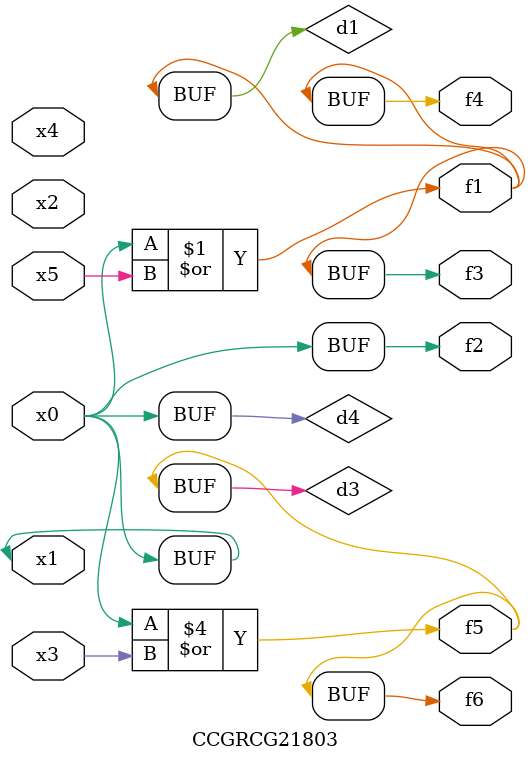
<source format=v>
module CCGRCG21803(
	input x0, x1, x2, x3, x4, x5,
	output f1, f2, f3, f4, f5, f6
);

	wire d1, d2, d3, d4;

	or (d1, x0, x5);
	xnor (d2, x1, x4);
	or (d3, x0, x3);
	buf (d4, x0, x1);
	assign f1 = d1;
	assign f2 = d4;
	assign f3 = d1;
	assign f4 = d1;
	assign f5 = d3;
	assign f6 = d3;
endmodule

</source>
